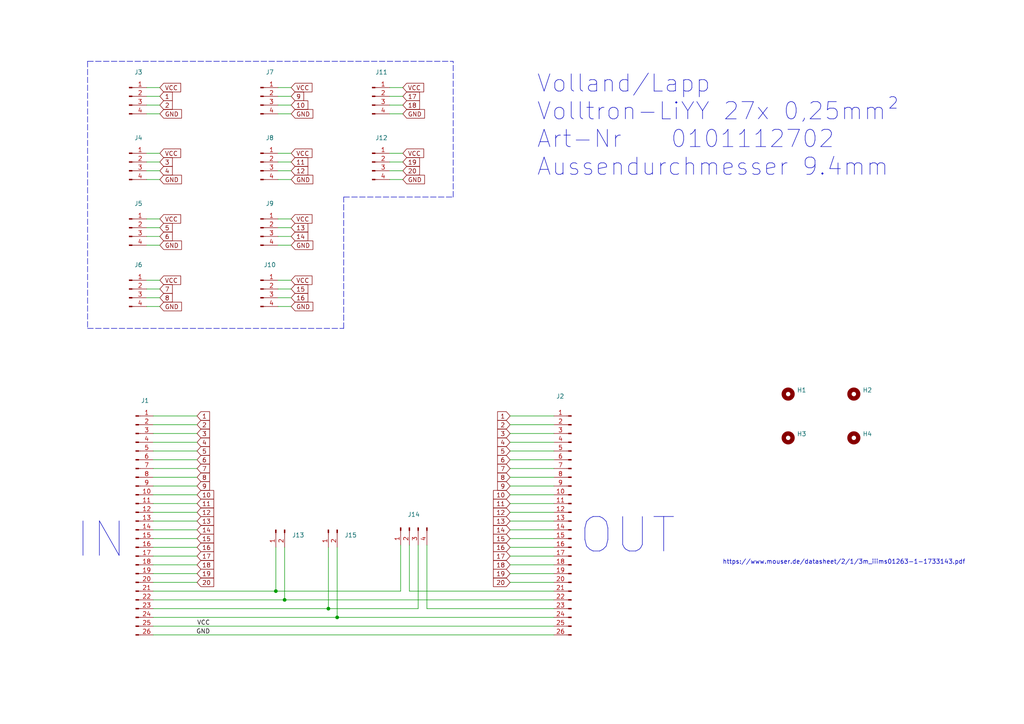
<source format=kicad_sch>
(kicad_sch (version 20200602) (host eeschema "(5.99.0-1927-ga9fa592f5)")

  (page 1 1)

  (paper "A4")

  (lib_symbols
    (symbol "Connector:Conn_01x02_Male" (pin_names hide)
      (property "Reference" "J" (id 0) (at 0 2.54 0)
        (effects (font (size 1.27 1.27)))
      )
      (property "Value" "Conn_01x02_Male" (id 1) (at 0 -5.08 0)
        (effects (font (size 1.27 1.27)))
      )
      (property "Footprint" "" (id 2) (at 0 0 0)
        (effects (font (size 1.27 1.27)) hide)
      )
      (property "Datasheet" "~" (id 3) (at 0 0 0)
        (effects (font (size 1.27 1.27)) hide)
      )
      (property "ki_keywords" "connector" (id 4) (at 0 0 0)
        (effects (font (size 1.27 1.27)) hide)
      )
      (property "ki_description" "Generic connector, single row, 01x02, script generated (kicad-library-utils/schlib/autogen/connector/)" (id 5) (at 0 0 0)
        (effects (font (size 1.27 1.27)) hide)
      )
      (property "ki_fp_filters" "Connector*:*_1x??_*" (id 6) (at 0 0 0)
        (effects (font (size 1.27 1.27)) hide)
      )
      (symbol "Conn_01x02_Male_1_1"
        (rectangle (start 0.8636 -2.413) (end 0 -2.667)
          (stroke (width 0.1524)) (fill (type outline))
        )
        (rectangle (start 0.8636 0.127) (end 0 -0.127)
          (stroke (width 0.1524)) (fill (type outline))
        )
        (polyline
          (pts (xy 1.27 -2.54) (xy 0.8636 -2.54))
          (stroke (width 0.1524)) (fill (type none))
        )
        (polyline
          (pts (xy 1.27 0) (xy 0.8636 0))
          (stroke (width 0.1524)) (fill (type none))
        )
        (pin passive line (at 5.08 0 180) (length 3.81)
          (name "Pin_1" (effects (font (size 1.27 1.27))))
          (number "1" (effects (font (size 1.27 1.27))))
        )
        (pin passive line (at 5.08 -2.54 180) (length 3.81)
          (name "Pin_2" (effects (font (size 1.27 1.27))))
          (number "2" (effects (font (size 1.27 1.27))))
        )
      )
    )
    (symbol "Connector:Conn_01x04_Male" (pin_names hide)
      (property "Reference" "J" (id 0) (at 0 5.08 0)
        (effects (font (size 1.27 1.27)))
      )
      (property "Value" "Conn_01x04_Male" (id 1) (at 0 -7.62 0)
        (effects (font (size 1.27 1.27)))
      )
      (property "Footprint" "" (id 2) (at 0 0 0)
        (effects (font (size 1.27 1.27)) hide)
      )
      (property "Datasheet" "~" (id 3) (at 0 0 0)
        (effects (font (size 1.27 1.27)) hide)
      )
      (property "ki_keywords" "connector" (id 4) (at 0 0 0)
        (effects (font (size 1.27 1.27)) hide)
      )
      (property "ki_description" "Generic connector, single row, 01x04, script generated (kicad-library-utils/schlib/autogen/connector/)" (id 5) (at 0 0 0)
        (effects (font (size 1.27 1.27)) hide)
      )
      (property "ki_fp_filters" "Connector*:*_1x??_*" (id 6) (at 0 0 0)
        (effects (font (size 1.27 1.27)) hide)
      )
      (symbol "Conn_01x04_Male_1_1"
        (rectangle (start 0.8636 -4.953) (end 0 -5.207)
          (stroke (width 0.1524)) (fill (type outline))
        )
        (rectangle (start 0.8636 -2.413) (end 0 -2.667)
          (stroke (width 0.1524)) (fill (type outline))
        )
        (rectangle (start 0.8636 0.127) (end 0 -0.127)
          (stroke (width 0.1524)) (fill (type outline))
        )
        (rectangle (start 0.8636 2.667) (end 0 2.413)
          (stroke (width 0.1524)) (fill (type outline))
        )
        (polyline
          (pts (xy 1.27 -5.08) (xy 0.8636 -5.08))
          (stroke (width 0.1524)) (fill (type none))
        )
        (polyline
          (pts (xy 1.27 -2.54) (xy 0.8636 -2.54))
          (stroke (width 0.1524)) (fill (type none))
        )
        (polyline
          (pts (xy 1.27 0) (xy 0.8636 0))
          (stroke (width 0.1524)) (fill (type none))
        )
        (polyline
          (pts (xy 1.27 2.54) (xy 0.8636 2.54))
          (stroke (width 0.1524)) (fill (type none))
        )
        (pin passive line (at 5.08 2.54 180) (length 3.81)
          (name "Pin_1" (effects (font (size 1.27 1.27))))
          (number "1" (effects (font (size 1.27 1.27))))
        )
        (pin passive line (at 5.08 0 180) (length 3.81)
          (name "Pin_2" (effects (font (size 1.27 1.27))))
          (number "2" (effects (font (size 1.27 1.27))))
        )
        (pin passive line (at 5.08 -2.54 180) (length 3.81)
          (name "Pin_3" (effects (font (size 1.27 1.27))))
          (number "3" (effects (font (size 1.27 1.27))))
        )
        (pin passive line (at 5.08 -5.08 180) (length 3.81)
          (name "Pin_4" (effects (font (size 1.27 1.27))))
          (number "4" (effects (font (size 1.27 1.27))))
        )
      )
    )
    (symbol "Connector:Conn_01x26_Male" (pin_names hide)
      (property "Reference" "J" (id 0) (at 0 33.02 0)
        (effects (font (size 1.27 1.27)))
      )
      (property "Value" "Conn_01x26_Male" (id 1) (at 0 -35.56 0)
        (effects (font (size 1.27 1.27)))
      )
      (property "Footprint" "" (id 2) (at 0 0 0)
        (effects (font (size 1.27 1.27)) hide)
      )
      (property "Datasheet" "~" (id 3) (at 0 0 0)
        (effects (font (size 1.27 1.27)) hide)
      )
      (property "ki_keywords" "connector" (id 4) (at 0 0 0)
        (effects (font (size 1.27 1.27)) hide)
      )
      (property "ki_description" "Generic connector, single row, 01x26, script generated (kicad-library-utils/schlib/autogen/connector/)" (id 5) (at 0 0 0)
        (effects (font (size 1.27 1.27)) hide)
      )
      (property "ki_fp_filters" "Connector*:*_1x??_*" (id 6) (at 0 0 0)
        (effects (font (size 1.27 1.27)) hide)
      )
      (symbol "Conn_01x26_Male_1_1"
        (rectangle (start 0.8636 -32.893) (end 0 -33.147)
          (stroke (width 0.1524)) (fill (type outline))
        )
        (rectangle (start 0.8636 -30.353) (end 0 -30.607)
          (stroke (width 0.1524)) (fill (type outline))
        )
        (rectangle (start 0.8636 -27.813) (end 0 -28.067)
          (stroke (width 0.1524)) (fill (type outline))
        )
        (rectangle (start 0.8636 -25.273) (end 0 -25.527)
          (stroke (width 0.1524)) (fill (type outline))
        )
        (rectangle (start 0.8636 -22.733) (end 0 -22.987)
          (stroke (width 0.1524)) (fill (type outline))
        )
        (rectangle (start 0.8636 -20.193) (end 0 -20.447)
          (stroke (width 0.1524)) (fill (type outline))
        )
        (rectangle (start 0.8636 -17.653) (end 0 -17.907)
          (stroke (width 0.1524)) (fill (type outline))
        )
        (rectangle (start 0.8636 -15.113) (end 0 -15.367)
          (stroke (width 0.1524)) (fill (type outline))
        )
        (rectangle (start 0.8636 -12.573) (end 0 -12.827)
          (stroke (width 0.1524)) (fill (type outline))
        )
        (rectangle (start 0.8636 -10.033) (end 0 -10.287)
          (stroke (width 0.1524)) (fill (type outline))
        )
        (rectangle (start 0.8636 -7.493) (end 0 -7.747)
          (stroke (width 0.1524)) (fill (type outline))
        )
        (rectangle (start 0.8636 -4.953) (end 0 -5.207)
          (stroke (width 0.1524)) (fill (type outline))
        )
        (rectangle (start 0.8636 -2.413) (end 0 -2.667)
          (stroke (width 0.1524)) (fill (type outline))
        )
        (rectangle (start 0.8636 0.127) (end 0 -0.127)
          (stroke (width 0.1524)) (fill (type outline))
        )
        (rectangle (start 0.8636 2.667) (end 0 2.413)
          (stroke (width 0.1524)) (fill (type outline))
        )
        (rectangle (start 0.8636 5.207) (end 0 4.953)
          (stroke (width 0.1524)) (fill (type outline))
        )
        (rectangle (start 0.8636 7.747) (end 0 7.493)
          (stroke (width 0.1524)) (fill (type outline))
        )
        (rectangle (start 0.8636 10.287) (end 0 10.033)
          (stroke (width 0.1524)) (fill (type outline))
        )
        (rectangle (start 0.8636 12.827) (end 0 12.573)
          (stroke (width 0.1524)) (fill (type outline))
        )
        (rectangle (start 0.8636 15.367) (end 0 15.113)
          (stroke (width 0.1524)) (fill (type outline))
        )
        (rectangle (start 0.8636 17.907) (end 0 17.653)
          (stroke (width 0.1524)) (fill (type outline))
        )
        (rectangle (start 0.8636 20.447) (end 0 20.193)
          (stroke (width 0.1524)) (fill (type outline))
        )
        (rectangle (start 0.8636 22.987) (end 0 22.733)
          (stroke (width 0.1524)) (fill (type outline))
        )
        (rectangle (start 0.8636 25.527) (end 0 25.273)
          (stroke (width 0.1524)) (fill (type outline))
        )
        (rectangle (start 0.8636 28.067) (end 0 27.813)
          (stroke (width 0.1524)) (fill (type outline))
        )
        (rectangle (start 0.8636 30.607) (end 0 30.353)
          (stroke (width 0.1524)) (fill (type outline))
        )
        (polyline
          (pts (xy 1.27 -33.02) (xy 0.8636 -33.02))
          (stroke (width 0.1524)) (fill (type none))
        )
        (polyline
          (pts (xy 1.27 -30.48) (xy 0.8636 -30.48))
          (stroke (width 0.1524)) (fill (type none))
        )
        (polyline
          (pts (xy 1.27 -27.94) (xy 0.8636 -27.94))
          (stroke (width 0.1524)) (fill (type none))
        )
        (polyline
          (pts (xy 1.27 -25.4) (xy 0.8636 -25.4))
          (stroke (width 0.1524)) (fill (type none))
        )
        (polyline
          (pts (xy 1.27 -22.86) (xy 0.8636 -22.86))
          (stroke (width 0.1524)) (fill (type none))
        )
        (polyline
          (pts (xy 1.27 -20.32) (xy 0.8636 -20.32))
          (stroke (width 0.1524)) (fill (type none))
        )
        (polyline
          (pts (xy 1.27 -17.78) (xy 0.8636 -17.78))
          (stroke (width 0.1524)) (fill (type none))
        )
        (polyline
          (pts (xy 1.27 -15.24) (xy 0.8636 -15.24))
          (stroke (width 0.1524)) (fill (type none))
        )
        (polyline
          (pts (xy 1.27 -12.7) (xy 0.8636 -12.7))
          (stroke (width 0.1524)) (fill (type none))
        )
        (polyline
          (pts (xy 1.27 -10.16) (xy 0.8636 -10.16))
          (stroke (width 0.1524)) (fill (type none))
        )
        (polyline
          (pts (xy 1.27 -7.62) (xy 0.8636 -7.62))
          (stroke (width 0.1524)) (fill (type none))
        )
        (polyline
          (pts (xy 1.27 -5.08) (xy 0.8636 -5.08))
          (stroke (width 0.1524)) (fill (type none))
        )
        (polyline
          (pts (xy 1.27 -2.54) (xy 0.8636 -2.54))
          (stroke (width 0.1524)) (fill (type none))
        )
        (polyline
          (pts (xy 1.27 0) (xy 0.8636 0))
          (stroke (width 0.1524)) (fill (type none))
        )
        (polyline
          (pts (xy 1.27 2.54) (xy 0.8636 2.54))
          (stroke (width 0.1524)) (fill (type none))
        )
        (polyline
          (pts (xy 1.27 5.08) (xy 0.8636 5.08))
          (stroke (width 0.1524)) (fill (type none))
        )
        (polyline
          (pts (xy 1.27 7.62) (xy 0.8636 7.62))
          (stroke (width 0.1524)) (fill (type none))
        )
        (polyline
          (pts (xy 1.27 10.16) (xy 0.8636 10.16))
          (stroke (width 0.1524)) (fill (type none))
        )
        (polyline
          (pts (xy 1.27 12.7) (xy 0.8636 12.7))
          (stroke (width 0.1524)) (fill (type none))
        )
        (polyline
          (pts (xy 1.27 15.24) (xy 0.8636 15.24))
          (stroke (width 0.1524)) (fill (type none))
        )
        (polyline
          (pts (xy 1.27 17.78) (xy 0.8636 17.78))
          (stroke (width 0.1524)) (fill (type none))
        )
        (polyline
          (pts (xy 1.27 20.32) (xy 0.8636 20.32))
          (stroke (width 0.1524)) (fill (type none))
        )
        (polyline
          (pts (xy 1.27 22.86) (xy 0.8636 22.86))
          (stroke (width 0.1524)) (fill (type none))
        )
        (polyline
          (pts (xy 1.27 25.4) (xy 0.8636 25.4))
          (stroke (width 0.1524)) (fill (type none))
        )
        (polyline
          (pts (xy 1.27 27.94) (xy 0.8636 27.94))
          (stroke (width 0.1524)) (fill (type none))
        )
        (polyline
          (pts (xy 1.27 30.48) (xy 0.8636 30.48))
          (stroke (width 0.1524)) (fill (type none))
        )
        (pin passive line (at 5.08 30.48 180) (length 3.81)
          (name "Pin_1" (effects (font (size 1.27 1.27))))
          (number "1" (effects (font (size 1.27 1.27))))
        )
        (pin passive line (at 5.08 7.62 180) (length 3.81)
          (name "Pin_10" (effects (font (size 1.27 1.27))))
          (number "10" (effects (font (size 1.27 1.27))))
        )
        (pin passive line (at 5.08 5.08 180) (length 3.81)
          (name "Pin_11" (effects (font (size 1.27 1.27))))
          (number "11" (effects (font (size 1.27 1.27))))
        )
        (pin passive line (at 5.08 2.54 180) (length 3.81)
          (name "Pin_12" (effects (font (size 1.27 1.27))))
          (number "12" (effects (font (size 1.27 1.27))))
        )
        (pin passive line (at 5.08 0 180) (length 3.81)
          (name "Pin_13" (effects (font (size 1.27 1.27))))
          (number "13" (effects (font (size 1.27 1.27))))
        )
        (pin passive line (at 5.08 -2.54 180) (length 3.81)
          (name "Pin_14" (effects (font (size 1.27 1.27))))
          (number "14" (effects (font (size 1.27 1.27))))
        )
        (pin passive line (at 5.08 -5.08 180) (length 3.81)
          (name "Pin_15" (effects (font (size 1.27 1.27))))
          (number "15" (effects (font (size 1.27 1.27))))
        )
        (pin passive line (at 5.08 -7.62 180) (length 3.81)
          (name "Pin_16" (effects (font (size 1.27 1.27))))
          (number "16" (effects (font (size 1.27 1.27))))
        )
        (pin passive line (at 5.08 -10.16 180) (length 3.81)
          (name "Pin_17" (effects (font (size 1.27 1.27))))
          (number "17" (effects (font (size 1.27 1.27))))
        )
        (pin passive line (at 5.08 -12.7 180) (length 3.81)
          (name "Pin_18" (effects (font (size 1.27 1.27))))
          (number "18" (effects (font (size 1.27 1.27))))
        )
        (pin passive line (at 5.08 -15.24 180) (length 3.81)
          (name "Pin_19" (effects (font (size 1.27 1.27))))
          (number "19" (effects (font (size 1.27 1.27))))
        )
        (pin passive line (at 5.08 27.94 180) (length 3.81)
          (name "Pin_2" (effects (font (size 1.27 1.27))))
          (number "2" (effects (font (size 1.27 1.27))))
        )
        (pin passive line (at 5.08 -17.78 180) (length 3.81)
          (name "Pin_20" (effects (font (size 1.27 1.27))))
          (number "20" (effects (font (size 1.27 1.27))))
        )
        (pin passive line (at 5.08 -20.32 180) (length 3.81)
          (name "Pin_21" (effects (font (size 1.27 1.27))))
          (number "21" (effects (font (size 1.27 1.27))))
        )
        (pin passive line (at 5.08 -22.86 180) (length 3.81)
          (name "Pin_22" (effects (font (size 1.27 1.27))))
          (number "22" (effects (font (size 1.27 1.27))))
        )
        (pin passive line (at 5.08 -25.4 180) (length 3.81)
          (name "Pin_23" (effects (font (size 1.27 1.27))))
          (number "23" (effects (font (size 1.27 1.27))))
        )
        (pin passive line (at 5.08 -27.94 180) (length 3.81)
          (name "Pin_24" (effects (font (size 1.27 1.27))))
          (number "24" (effects (font (size 1.27 1.27))))
        )
        (pin passive line (at 5.08 -30.48 180) (length 3.81)
          (name "Pin_25" (effects (font (size 1.27 1.27))))
          (number "25" (effects (font (size 1.27 1.27))))
        )
        (pin passive line (at 5.08 -33.02 180) (length 3.81)
          (name "Pin_26" (effects (font (size 1.27 1.27))))
          (number "26" (effects (font (size 1.27 1.27))))
        )
        (pin passive line (at 5.08 25.4 180) (length 3.81)
          (name "Pin_3" (effects (font (size 1.27 1.27))))
          (number "3" (effects (font (size 1.27 1.27))))
        )
        (pin passive line (at 5.08 22.86 180) (length 3.81)
          (name "Pin_4" (effects (font (size 1.27 1.27))))
          (number "4" (effects (font (size 1.27 1.27))))
        )
        (pin passive line (at 5.08 20.32 180) (length 3.81)
          (name "Pin_5" (effects (font (size 1.27 1.27))))
          (number "5" (effects (font (size 1.27 1.27))))
        )
        (pin passive line (at 5.08 17.78 180) (length 3.81)
          (name "Pin_6" (effects (font (size 1.27 1.27))))
          (number "6" (effects (font (size 1.27 1.27))))
        )
        (pin passive line (at 5.08 15.24 180) (length 3.81)
          (name "Pin_7" (effects (font (size 1.27 1.27))))
          (number "7" (effects (font (size 1.27 1.27))))
        )
        (pin passive line (at 5.08 12.7 180) (length 3.81)
          (name "Pin_8" (effects (font (size 1.27 1.27))))
          (number "8" (effects (font (size 1.27 1.27))))
        )
        (pin passive line (at 5.08 10.16 180) (length 3.81)
          (name "Pin_9" (effects (font (size 1.27 1.27))))
          (number "9" (effects (font (size 1.27 1.27))))
        )
      )
    )
    (symbol "Mechanical:MountingHole"
      (property "Reference" "H" (id 0) (at 0 5.08 0)
        (effects (font (size 1.27 1.27)))
      )
      (property "Value" "MountingHole" (id 1) (at 0 3.175 0)
        (effects (font (size 1.27 1.27)))
      )
      (property "Footprint" "" (id 2) (at 0 0 0)
        (effects (font (size 1.27 1.27)) hide)
      )
      (property "Datasheet" "~" (id 3) (at 0 0 0)
        (effects (font (size 1.27 1.27)) hide)
      )
      (property "ki_keywords" "mounting hole" (id 4) (at 0 0 0)
        (effects (font (size 1.27 1.27)) hide)
      )
      (property "ki_description" "Mounting Hole without connection" (id 5) (at 0 0 0)
        (effects (font (size 1.27 1.27)) hide)
      )
      (property "ki_fp_filters" "MountingHole*" (id 6) (at 0 0 0)
        (effects (font (size 1.27 1.27)) hide)
      )
      (symbol "MountingHole_0_1"
        (circle (center 0 0) (radius 1.27) (stroke (width 1.27)) (fill (type none)))
      )
    )
  )

  (junction (at 80.01 171.45))
  (junction (at 82.55 173.99))
  (junction (at 95.25 176.53))
  (junction (at 97.79 179.07))

  (wire (pts (xy 42.545 25.4) (xy 46.355 25.4))
    (stroke (width 0) (type solid) (color 0 0 0 0))
  )
  (wire (pts (xy 42.545 27.94) (xy 46.355 27.94))
    (stroke (width 0) (type solid) (color 0 0 0 0))
  )
  (wire (pts (xy 42.545 30.48) (xy 46.355 30.48))
    (stroke (width 0) (type solid) (color 0 0 0 0))
  )
  (wire (pts (xy 42.545 33.02) (xy 46.355 33.02))
    (stroke (width 0) (type solid) (color 0 0 0 0))
  )
  (wire (pts (xy 42.545 44.45) (xy 46.355 44.45))
    (stroke (width 0) (type solid) (color 0 0 0 0))
  )
  (wire (pts (xy 42.545 46.99) (xy 46.355 46.99))
    (stroke (width 0) (type solid) (color 0 0 0 0))
  )
  (wire (pts (xy 42.545 49.53) (xy 46.355 49.53))
    (stroke (width 0) (type solid) (color 0 0 0 0))
  )
  (wire (pts (xy 42.545 52.07) (xy 46.355 52.07))
    (stroke (width 0) (type solid) (color 0 0 0 0))
  )
  (wire (pts (xy 42.545 63.5) (xy 46.355 63.5))
    (stroke (width 0) (type solid) (color 0 0 0 0))
  )
  (wire (pts (xy 42.545 66.04) (xy 46.355 66.04))
    (stroke (width 0) (type solid) (color 0 0 0 0))
  )
  (wire (pts (xy 42.545 68.58) (xy 46.355 68.58))
    (stroke (width 0) (type solid) (color 0 0 0 0))
  )
  (wire (pts (xy 42.545 71.12) (xy 46.355 71.12))
    (stroke (width 0) (type solid) (color 0 0 0 0))
  )
  (wire (pts (xy 42.545 81.28) (xy 46.355 81.28))
    (stroke (width 0) (type solid) (color 0 0 0 0))
  )
  (wire (pts (xy 42.545 83.82) (xy 46.355 83.82))
    (stroke (width 0) (type solid) (color 0 0 0 0))
  )
  (wire (pts (xy 42.545 86.36) (xy 46.355 86.36))
    (stroke (width 0) (type solid) (color 0 0 0 0))
  )
  (wire (pts (xy 42.545 88.9) (xy 46.355 88.9))
    (stroke (width 0) (type solid) (color 0 0 0 0))
  )
  (wire (pts (xy 44.45 120.65) (xy 57.15 120.65))
    (stroke (width 0) (type solid) (color 0 0 0 0))
  )
  (wire (pts (xy 44.45 123.19) (xy 57.15 123.19))
    (stroke (width 0) (type solid) (color 0 0 0 0))
  )
  (wire (pts (xy 44.45 125.73) (xy 57.15 125.73))
    (stroke (width 0) (type solid) (color 0 0 0 0))
  )
  (wire (pts (xy 44.45 128.27) (xy 57.15 128.27))
    (stroke (width 0) (type solid) (color 0 0 0 0))
  )
  (wire (pts (xy 44.45 130.81) (xy 57.15 130.81))
    (stroke (width 0) (type solid) (color 0 0 0 0))
  )
  (wire (pts (xy 44.45 133.35) (xy 57.15 133.35))
    (stroke (width 0) (type solid) (color 0 0 0 0))
  )
  (wire (pts (xy 44.45 135.89) (xy 57.15 135.89))
    (stroke (width 0) (type solid) (color 0 0 0 0))
  )
  (wire (pts (xy 44.45 138.43) (xy 57.15 138.43))
    (stroke (width 0) (type solid) (color 0 0 0 0))
  )
  (wire (pts (xy 44.45 140.97) (xy 57.15 140.97))
    (stroke (width 0) (type solid) (color 0 0 0 0))
  )
  (wire (pts (xy 44.45 143.51) (xy 57.15 143.51))
    (stroke (width 0) (type solid) (color 0 0 0 0))
  )
  (wire (pts (xy 44.45 146.05) (xy 57.15 146.05))
    (stroke (width 0) (type solid) (color 0 0 0 0))
  )
  (wire (pts (xy 44.45 148.59) (xy 57.15 148.59))
    (stroke (width 0) (type solid) (color 0 0 0 0))
  )
  (wire (pts (xy 44.45 151.13) (xy 57.15 151.13))
    (stroke (width 0) (type solid) (color 0 0 0 0))
  )
  (wire (pts (xy 44.45 153.67) (xy 57.15 153.67))
    (stroke (width 0) (type solid) (color 0 0 0 0))
  )
  (wire (pts (xy 44.45 156.21) (xy 57.15 156.21))
    (stroke (width 0) (type solid) (color 0 0 0 0))
  )
  (wire (pts (xy 44.45 158.75) (xy 57.15 158.75))
    (stroke (width 0) (type solid) (color 0 0 0 0))
  )
  (wire (pts (xy 44.45 161.29) (xy 57.15 161.29))
    (stroke (width 0) (type solid) (color 0 0 0 0))
  )
  (wire (pts (xy 44.45 163.83) (xy 57.15 163.83))
    (stroke (width 0) (type solid) (color 0 0 0 0))
  )
  (wire (pts (xy 44.45 166.37) (xy 57.15 166.37))
    (stroke (width 0) (type solid) (color 0 0 0 0))
  )
  (wire (pts (xy 44.45 168.91) (xy 57.15 168.91))
    (stroke (width 0) (type solid) (color 0 0 0 0))
  )
  (wire (pts (xy 44.45 171.45) (xy 80.01 171.45))
    (stroke (width 0) (type solid) (color 0 0 0 0))
  )
  (wire (pts (xy 44.45 173.99) (xy 82.55 173.99))
    (stroke (width 0) (type solid) (color 0 0 0 0))
  )
  (wire (pts (xy 44.45 176.53) (xy 95.25 176.53))
    (stroke (width 0) (type solid) (color 0 0 0 0))
  )
  (wire (pts (xy 44.45 179.07) (xy 97.79 179.07))
    (stroke (width 0) (type solid) (color 0 0 0 0))
  )
  (wire (pts (xy 44.45 181.61) (xy 160.655 181.61))
    (stroke (width 0) (type solid) (color 0 0 0 0))
  )
  (wire (pts (xy 44.45 184.15) (xy 160.655 184.15))
    (stroke (width 0) (type solid) (color 0 0 0 0))
  )
  (wire (pts (xy 80.01 158.75) (xy 80.01 171.45))
    (stroke (width 0) (type solid) (color 0 0 0 0))
  )
  (wire (pts (xy 80.01 171.45) (xy 116.205 171.45))
    (stroke (width 0) (type solid) (color 0 0 0 0))
  )
  (wire (pts (xy 80.645 25.4) (xy 84.455 25.4))
    (stroke (width 0) (type solid) (color 0 0 0 0))
  )
  (wire (pts (xy 80.645 27.94) (xy 84.455 27.94))
    (stroke (width 0) (type solid) (color 0 0 0 0))
  )
  (wire (pts (xy 80.645 30.48) (xy 84.455 30.48))
    (stroke (width 0) (type solid) (color 0 0 0 0))
  )
  (wire (pts (xy 80.645 33.02) (xy 84.455 33.02))
    (stroke (width 0) (type solid) (color 0 0 0 0))
  )
  (wire (pts (xy 80.645 44.45) (xy 84.455 44.45))
    (stroke (width 0) (type solid) (color 0 0 0 0))
  )
  (wire (pts (xy 80.645 46.99) (xy 84.455 46.99))
    (stroke (width 0) (type solid) (color 0 0 0 0))
  )
  (wire (pts (xy 80.645 49.53) (xy 84.455 49.53))
    (stroke (width 0) (type solid) (color 0 0 0 0))
  )
  (wire (pts (xy 80.645 52.07) (xy 84.455 52.07))
    (stroke (width 0) (type solid) (color 0 0 0 0))
  )
  (wire (pts (xy 80.645 63.5) (xy 84.455 63.5))
    (stroke (width 0) (type solid) (color 0 0 0 0))
  )
  (wire (pts (xy 80.645 66.04) (xy 84.455 66.04))
    (stroke (width 0) (type solid) (color 0 0 0 0))
  )
  (wire (pts (xy 80.645 68.58) (xy 84.455 68.58))
    (stroke (width 0) (type solid) (color 0 0 0 0))
  )
  (wire (pts (xy 80.645 71.12) (xy 84.455 71.12))
    (stroke (width 0) (type solid) (color 0 0 0 0))
  )
  (wire (pts (xy 80.645 81.28) (xy 84.455 81.28))
    (stroke (width 0) (type solid) (color 0 0 0 0))
  )
  (wire (pts (xy 80.645 83.82) (xy 84.455 83.82))
    (stroke (width 0) (type solid) (color 0 0 0 0))
  )
  (wire (pts (xy 80.645 86.36) (xy 84.455 86.36))
    (stroke (width 0) (type solid) (color 0 0 0 0))
  )
  (wire (pts (xy 80.645 88.9) (xy 84.455 88.9))
    (stroke (width 0) (type solid) (color 0 0 0 0))
  )
  (wire (pts (xy 82.55 158.75) (xy 82.55 173.99))
    (stroke (width 0) (type solid) (color 0 0 0 0))
  )
  (wire (pts (xy 82.55 173.99) (xy 160.655 173.99))
    (stroke (width 0) (type solid) (color 0 0 0 0))
  )
  (wire (pts (xy 95.25 158.75) (xy 95.25 176.53))
    (stroke (width 0) (type solid) (color 0 0 0 0))
  )
  (wire (pts (xy 95.25 176.53) (xy 121.285 176.53))
    (stroke (width 0) (type solid) (color 0 0 0 0))
  )
  (wire (pts (xy 97.79 158.75) (xy 97.79 179.07))
    (stroke (width 0) (type solid) (color 0 0 0 0))
  )
  (wire (pts (xy 97.79 179.07) (xy 160.655 179.07))
    (stroke (width 0) (type solid) (color 0 0 0 0))
  )
  (wire (pts (xy 113.03 25.4) (xy 116.84 25.4))
    (stroke (width 0) (type solid) (color 0 0 0 0))
  )
  (wire (pts (xy 113.03 27.94) (xy 116.84 27.94))
    (stroke (width 0) (type solid) (color 0 0 0 0))
  )
  (wire (pts (xy 113.03 30.48) (xy 116.84 30.48))
    (stroke (width 0) (type solid) (color 0 0 0 0))
  )
  (wire (pts (xy 113.03 33.02) (xy 116.84 33.02))
    (stroke (width 0) (type solid) (color 0 0 0 0))
  )
  (wire (pts (xy 113.03 44.45) (xy 116.84 44.45))
    (stroke (width 0) (type solid) (color 0 0 0 0))
  )
  (wire (pts (xy 113.03 46.99) (xy 116.84 46.99))
    (stroke (width 0) (type solid) (color 0 0 0 0))
  )
  (wire (pts (xy 113.03 49.53) (xy 116.84 49.53))
    (stroke (width 0) (type solid) (color 0 0 0 0))
  )
  (wire (pts (xy 113.03 52.07) (xy 116.84 52.07))
    (stroke (width 0) (type solid) (color 0 0 0 0))
  )
  (wire (pts (xy 116.205 158.115) (xy 116.205 171.45))
    (stroke (width 0) (type solid) (color 0 0 0 0))
  )
  (wire (pts (xy 118.745 158.115) (xy 118.745 171.45))
    (stroke (width 0) (type solid) (color 0 0 0 0))
  )
  (wire (pts (xy 118.745 171.45) (xy 160.655 171.45))
    (stroke (width 0) (type solid) (color 0 0 0 0))
  )
  (wire (pts (xy 121.285 158.115) (xy 121.285 176.53))
    (stroke (width 0) (type solid) (color 0 0 0 0))
  )
  (wire (pts (xy 123.825 158.115) (xy 123.825 176.53))
    (stroke (width 0) (type solid) (color 0 0 0 0))
  )
  (wire (pts (xy 123.825 176.53) (xy 160.655 176.53))
    (stroke (width 0) (type solid) (color 0 0 0 0))
  )
  (wire (pts (xy 160.655 120.65) (xy 147.955 120.65))
    (stroke (width 0) (type solid) (color 0 0 0 0))
  )
  (wire (pts (xy 160.655 123.19) (xy 147.955 123.19))
    (stroke (width 0) (type solid) (color 0 0 0 0))
  )
  (wire (pts (xy 160.655 125.73) (xy 147.955 125.73))
    (stroke (width 0) (type solid) (color 0 0 0 0))
  )
  (wire (pts (xy 160.655 128.27) (xy 147.955 128.27))
    (stroke (width 0) (type solid) (color 0 0 0 0))
  )
  (wire (pts (xy 160.655 130.81) (xy 147.955 130.81))
    (stroke (width 0) (type solid) (color 0 0 0 0))
  )
  (wire (pts (xy 160.655 133.35) (xy 147.955 133.35))
    (stroke (width 0) (type solid) (color 0 0 0 0))
  )
  (wire (pts (xy 160.655 135.89) (xy 147.955 135.89))
    (stroke (width 0) (type solid) (color 0 0 0 0))
  )
  (wire (pts (xy 160.655 138.43) (xy 147.955 138.43))
    (stroke (width 0) (type solid) (color 0 0 0 0))
  )
  (wire (pts (xy 160.655 140.97) (xy 147.955 140.97))
    (stroke (width 0) (type solid) (color 0 0 0 0))
  )
  (wire (pts (xy 160.655 143.51) (xy 147.955 143.51))
    (stroke (width 0) (type solid) (color 0 0 0 0))
  )
  (wire (pts (xy 160.655 146.05) (xy 147.955 146.05))
    (stroke (width 0) (type solid) (color 0 0 0 0))
  )
  (wire (pts (xy 160.655 148.59) (xy 147.955 148.59))
    (stroke (width 0) (type solid) (color 0 0 0 0))
  )
  (wire (pts (xy 160.655 151.13) (xy 147.955 151.13))
    (stroke (width 0) (type solid) (color 0 0 0 0))
  )
  (wire (pts (xy 160.655 153.67) (xy 147.955 153.67))
    (stroke (width 0) (type solid) (color 0 0 0 0))
  )
  (wire (pts (xy 160.655 156.21) (xy 147.955 156.21))
    (stroke (width 0) (type solid) (color 0 0 0 0))
  )
  (wire (pts (xy 160.655 158.75) (xy 147.955 158.75))
    (stroke (width 0) (type solid) (color 0 0 0 0))
  )
  (wire (pts (xy 160.655 161.29) (xy 147.955 161.29))
    (stroke (width 0) (type solid) (color 0 0 0 0))
  )
  (wire (pts (xy 160.655 163.83) (xy 147.955 163.83))
    (stroke (width 0) (type solid) (color 0 0 0 0))
  )
  (wire (pts (xy 160.655 166.37) (xy 147.955 166.37))
    (stroke (width 0) (type solid) (color 0 0 0 0))
  )
  (wire (pts (xy 160.655 168.91) (xy 147.955 168.91))
    (stroke (width 0) (type solid) (color 0 0 0 0))
  )
  (polyline (pts (xy 25.4 17.78) (xy 25.4 95.25))
    (stroke (width 0) (type dash) (color 0 0 0 0))
  )
  (polyline (pts (xy 25.4 17.78) (xy 131.445 17.78))
    (stroke (width 0) (type dash) (color 0 0 0 0))
  )
  (polyline (pts (xy 25.4 95.25) (xy 99.695 95.25))
    (stroke (width 0) (type dash) (color 0 0 0 0))
  )
  (polyline (pts (xy 99.695 57.15) (xy 131.445 57.15))
    (stroke (width 0) (type dash) (color 0 0 0 0))
  )
  (polyline (pts (xy 99.695 95.25) (xy 99.695 57.15))
    (stroke (width 0) (type dash) (color 0 0 0 0))
  )
  (polyline (pts (xy 131.445 57.15) (xy 131.445 17.78))
    (stroke (width 0) (type dash) (color 0 0 0 0))
  )

  (text "IN" (at 21.59 162.56 0)
    (effects (font (size 10 10)) (justify left bottom))
  )
  (text "Volland/Lapp \nVolltron-LiYY 27x 0,25mm²\nArt-Nr 	0101112702\nAussendurchmesser 9.4mm\n"
    (at 155.575 51.435 0)
    (effects (font (size 5 5)) (justify left bottom))
  )
  (text "OUT" (at 167.64 161.29 0)
    (effects (font (size 10 10)) (justify left bottom))
  )
  (text "https://www.mouser.de/datasheet/2/1/3m_iiims01263-1-1733143.pdf"
    (at 280.035 163.83 0)
    (effects (font (size 1.27 1.27)) (justify right bottom))
  )

  (label "VCC" (at 60.96 181.61 180)
    (effects (font (size 1.27 1.27)) (justify right bottom))
  )
  (label "GND" (at 60.96 184.15 180)
    (effects (font (size 1.27 1.27)) (justify right bottom))
  )

  (global_label "VCC" (shape input) (at 46.355 25.4 0)
    (effects (font (size 1.27 1.27)) (justify left))
  )
  (global_label "1" (shape input) (at 46.355 27.94 0)
    (effects (font (size 1.27 1.27)) (justify left))
  )
  (global_label "2" (shape input) (at 46.355 30.48 0)
    (effects (font (size 1.27 1.27)) (justify left))
  )
  (global_label "GND" (shape input) (at 46.355 33.02 0)
    (effects (font (size 1.27 1.27)) (justify left))
  )
  (global_label "VCC" (shape input) (at 46.355 44.45 0)
    (effects (font (size 1.27 1.27)) (justify left))
  )
  (global_label "3" (shape input) (at 46.355 46.99 0)
    (effects (font (size 1.27 1.27)) (justify left))
  )
  (global_label "4" (shape input) (at 46.355 49.53 0)
    (effects (font (size 1.27 1.27)) (justify left))
  )
  (global_label "GND" (shape input) (at 46.355 52.07 0)
    (effects (font (size 1.27 1.27)) (justify left))
  )
  (global_label "VCC" (shape input) (at 46.355 63.5 0)
    (effects (font (size 1.27 1.27)) (justify left))
  )
  (global_label "5" (shape input) (at 46.355 66.04 0)
    (effects (font (size 1.27 1.27)) (justify left))
  )
  (global_label "6" (shape input) (at 46.355 68.58 0)
    (effects (font (size 1.27 1.27)) (justify left))
  )
  (global_label "GND" (shape input) (at 46.355 71.12 0)
    (effects (font (size 1.27 1.27)) (justify left))
  )
  (global_label "VCC" (shape input) (at 46.355 81.28 0)
    (effects (font (size 1.27 1.27)) (justify left))
  )
  (global_label "7" (shape input) (at 46.355 83.82 0)
    (effects (font (size 1.27 1.27)) (justify left))
  )
  (global_label "8" (shape input) (at 46.355 86.36 0)
    (effects (font (size 1.27 1.27)) (justify left))
  )
  (global_label "GND" (shape input) (at 46.355 88.9 0)
    (effects (font (size 1.27 1.27)) (justify left))
  )
  (global_label "1" (shape input) (at 57.15 120.65 0)
    (effects (font (size 1.27 1.27)) (justify left))
  )
  (global_label "2" (shape input) (at 57.15 123.19 0)
    (effects (font (size 1.27 1.27)) (justify left))
  )
  (global_label "3" (shape input) (at 57.15 125.73 0)
    (effects (font (size 1.27 1.27)) (justify left))
  )
  (global_label "4" (shape input) (at 57.15 128.27 0)
    (effects (font (size 1.27 1.27)) (justify left))
  )
  (global_label "5" (shape input) (at 57.15 130.81 0)
    (effects (font (size 1.27 1.27)) (justify left))
  )
  (global_label "6" (shape input) (at 57.15 133.35 0)
    (effects (font (size 1.27 1.27)) (justify left))
  )
  (global_label "7" (shape input) (at 57.15 135.89 0)
    (effects (font (size 1.27 1.27)) (justify left))
  )
  (global_label "8" (shape input) (at 57.15 138.43 0)
    (effects (font (size 1.27 1.27)) (justify left))
  )
  (global_label "9" (shape input) (at 57.15 140.97 0)
    (effects (font (size 1.27 1.27)) (justify left))
  )
  (global_label "10" (shape input) (at 57.15 143.51 0)
    (effects (font (size 1.27 1.27)) (justify left))
  )
  (global_label "11" (shape input) (at 57.15 146.05 0)
    (effects (font (size 1.27 1.27)) (justify left))
  )
  (global_label "12" (shape input) (at 57.15 148.59 0)
    (effects (font (size 1.27 1.27)) (justify left))
  )
  (global_label "13" (shape input) (at 57.15 151.13 0)
    (effects (font (size 1.27 1.27)) (justify left))
  )
  (global_label "14" (shape input) (at 57.15 153.67 0)
    (effects (font (size 1.27 1.27)) (justify left))
  )
  (global_label "15" (shape input) (at 57.15 156.21 0)
    (effects (font (size 1.27 1.27)) (justify left))
  )
  (global_label "16" (shape input) (at 57.15 158.75 0)
    (effects (font (size 1.27 1.27)) (justify left))
  )
  (global_label "17" (shape input) (at 57.15 161.29 0)
    (effects (font (size 1.27 1.27)) (justify left))
  )
  (global_label "18" (shape input) (at 57.15 163.83 0)
    (effects (font (size 1.27 1.27)) (justify left))
  )
  (global_label "19" (shape input) (at 57.15 166.37 0)
    (effects (font (size 1.27 1.27)) (justify left))
  )
  (global_label "20" (shape input) (at 57.15 168.91 0)
    (effects (font (size 1.27 1.27)) (justify left))
  )
  (global_label "VCC" (shape input) (at 84.455 25.4 0)
    (effects (font (size 1.27 1.27)) (justify left))
  )
  (global_label "9" (shape input) (at 84.455 27.94 0)
    (effects (font (size 1.27 1.27)) (justify left))
  )
  (global_label "10" (shape input) (at 84.455 30.48 0)
    (effects (font (size 1.27 1.27)) (justify left))
  )
  (global_label "GND" (shape input) (at 84.455 33.02 0)
    (effects (font (size 1.27 1.27)) (justify left))
  )
  (global_label "VCC" (shape input) (at 84.455 44.45 0)
    (effects (font (size 1.27 1.27)) (justify left))
  )
  (global_label "11" (shape input) (at 84.455 46.99 0)
    (effects (font (size 1.27 1.27)) (justify left))
  )
  (global_label "12" (shape input) (at 84.455 49.53 0)
    (effects (font (size 1.27 1.27)) (justify left))
  )
  (global_label "GND" (shape input) (at 84.455 52.07 0)
    (effects (font (size 1.27 1.27)) (justify left))
  )
  (global_label "VCC" (shape input) (at 84.455 63.5 0)
    (effects (font (size 1.27 1.27)) (justify left))
  )
  (global_label "13" (shape input) (at 84.455 66.04 0)
    (effects (font (size 1.27 1.27)) (justify left))
  )
  (global_label "14" (shape input) (at 84.455 68.58 0)
    (effects (font (size 1.27 1.27)) (justify left))
  )
  (global_label "GND" (shape input) (at 84.455 71.12 0)
    (effects (font (size 1.27 1.27)) (justify left))
  )
  (global_label "VCC" (shape input) (at 84.455 81.28 0)
    (effects (font (size 1.27 1.27)) (justify left))
  )
  (global_label "15" (shape input) (at 84.455 83.82 0)
    (effects (font (size 1.27 1.27)) (justify left))
  )
  (global_label "16" (shape input) (at 84.455 86.36 0)
    (effects (font (size 1.27 1.27)) (justify left))
  )
  (global_label "GND" (shape input) (at 84.455 88.9 0)
    (effects (font (size 1.27 1.27)) (justify left))
  )
  (global_label "VCC" (shape input) (at 116.84 25.4 0)
    (effects (font (size 1.27 1.27)) (justify left))
  )
  (global_label "17" (shape input) (at 116.84 27.94 0)
    (effects (font (size 1.27 1.27)) (justify left))
  )
  (global_label "18" (shape input) (at 116.84 30.48 0)
    (effects (font (size 1.27 1.27)) (justify left))
  )
  (global_label "GND" (shape input) (at 116.84 33.02 0)
    (effects (font (size 1.27 1.27)) (justify left))
  )
  (global_label "VCC" (shape input) (at 116.84 44.45 0)
    (effects (font (size 1.27 1.27)) (justify left))
  )
  (global_label "19" (shape input) (at 116.84 46.99 0)
    (effects (font (size 1.27 1.27)) (justify left))
  )
  (global_label "20" (shape input) (at 116.84 49.53 0)
    (effects (font (size 1.27 1.27)) (justify left))
  )
  (global_label "GND" (shape input) (at 116.84 52.07 0)
    (effects (font (size 1.27 1.27)) (justify left))
  )
  (global_label "1" (shape input) (at 147.955 120.65 180)
    (effects (font (size 1.27 1.27)) (justify right))
  )
  (global_label "2" (shape input) (at 147.955 123.19 180)
    (effects (font (size 1.27 1.27)) (justify right))
  )
  (global_label "3" (shape input) (at 147.955 125.73 180)
    (effects (font (size 1.27 1.27)) (justify right))
  )
  (global_label "4" (shape input) (at 147.955 128.27 180)
    (effects (font (size 1.27 1.27)) (justify right))
  )
  (global_label "5" (shape input) (at 147.955 130.81 180)
    (effects (font (size 1.27 1.27)) (justify right))
  )
  (global_label "6" (shape input) (at 147.955 133.35 180)
    (effects (font (size 1.27 1.27)) (justify right))
  )
  (global_label "7" (shape input) (at 147.955 135.89 180)
    (effects (font (size 1.27 1.27)) (justify right))
  )
  (global_label "8" (shape input) (at 147.955 138.43 180)
    (effects (font (size 1.27 1.27)) (justify right))
  )
  (global_label "9" (shape input) (at 147.955 140.97 180)
    (effects (font (size 1.27 1.27)) (justify right))
  )
  (global_label "10" (shape input) (at 147.955 143.51 180)
    (effects (font (size 1.27 1.27)) (justify right))
  )
  (global_label "11" (shape input) (at 147.955 146.05 180)
    (effects (font (size 1.27 1.27)) (justify right))
  )
  (global_label "12" (shape input) (at 147.955 148.59 180)
    (effects (font (size 1.27 1.27)) (justify right))
  )
  (global_label "13" (shape input) (at 147.955 151.13 180)
    (effects (font (size 1.27 1.27)) (justify right))
  )
  (global_label "14" (shape input) (at 147.955 153.67 180)
    (effects (font (size 1.27 1.27)) (justify right))
  )
  (global_label "15" (shape input) (at 147.955 156.21 180)
    (effects (font (size 1.27 1.27)) (justify right))
  )
  (global_label "16" (shape input) (at 147.955 158.75 180)
    (effects (font (size 1.27 1.27)) (justify right))
  )
  (global_label "17" (shape input) (at 147.955 161.29 180)
    (effects (font (size 1.27 1.27)) (justify right))
  )
  (global_label "18" (shape input) (at 147.955 163.83 180)
    (effects (font (size 1.27 1.27)) (justify right))
  )
  (global_label "19" (shape input) (at 147.955 166.37 180)
    (effects (font (size 1.27 1.27)) (justify right))
  )
  (global_label "20" (shape input) (at 147.955 168.91 180)
    (effects (font (size 1.27 1.27)) (justify right))
  )

  (symbol (lib_id "Mechanical:MountingHole") (at 228.6 114.3 0) (unit 1)
    (in_bom yes)
    (uuid "7c21e931-83d5-4fcd-8a2e-e26c532d36cf")
    (property "Reference" "H1" (id 0) (at 231.1401 113.1506 0)
      (effects (font (size 1.27 1.27)) (justify left))
    )
    (property "Value" "MountingHole" (id 1) (at 231.14 115.449 0)
      (effects (font (size 1.27 1.27)) (justify left) hide)
    )
    (property "Footprint" "MountingHole:MountingHole_3.2mm_M3" (id 2) (at 228.6 114.3 0)
      (effects (font (size 1.27 1.27)) hide)
    )
    (property "Datasheet" "~" (id 3) (at 228.6 114.3 0)
      (effects (font (size 1.27 1.27)) hide)
    )
  )

  (symbol (lib_id "Mechanical:MountingHole") (at 228.6 127 0) (unit 1)
    (in_bom yes)
    (uuid "df679395-cfa2-4e0b-b8c6-987da80affe6")
    (property "Reference" "H3" (id 0) (at 231.1401 125.8506 0)
      (effects (font (size 1.27 1.27)) (justify left))
    )
    (property "Value" "MountingHole" (id 1) (at 231.14 128.149 0)
      (effects (font (size 1.27 1.27)) (justify left) hide)
    )
    (property "Footprint" "MountingHole:MountingHole_3.2mm_M3" (id 2) (at 228.6 127 0)
      (effects (font (size 1.27 1.27)) hide)
    )
    (property "Datasheet" "~" (id 3) (at 228.6 127 0)
      (effects (font (size 1.27 1.27)) hide)
    )
  )

  (symbol (lib_id "Mechanical:MountingHole") (at 247.65 114.3 0) (unit 1)
    (in_bom yes)
    (uuid "3416517b-b77a-47a6-9659-314968b22557")
    (property "Reference" "H2" (id 0) (at 250.1901 113.1506 0)
      (effects (font (size 1.27 1.27)) (justify left))
    )
    (property "Value" "MountingHole" (id 1) (at 250.19 115.449 0)
      (effects (font (size 1.27 1.27)) (justify left) hide)
    )
    (property "Footprint" "MountingHole:MountingHole_3.2mm_M3" (id 2) (at 247.65 114.3 0)
      (effects (font (size 1.27 1.27)) hide)
    )
    (property "Datasheet" "~" (id 3) (at 247.65 114.3 0)
      (effects (font (size 1.27 1.27)) hide)
    )
  )

  (symbol (lib_id "Mechanical:MountingHole") (at 247.65 127 0) (unit 1)
    (in_bom yes)
    (uuid "35379a48-c995-4b3b-8106-d97ee555ca6c")
    (property "Reference" "H4" (id 0) (at 250.1901 125.8506 0)
      (effects (font (size 1.27 1.27)) (justify left))
    )
    (property "Value" "MountingHole" (id 1) (at 250.19 128.149 0)
      (effects (font (size 1.27 1.27)) (justify left) hide)
    )
    (property "Footprint" "MountingHole:MountingHole_3.2mm_M3" (id 2) (at 247.65 127 0)
      (effects (font (size 1.27 1.27)) hide)
    )
    (property "Datasheet" "~" (id 3) (at 247.65 127 0)
      (effects (font (size 1.27 1.27)) hide)
    )
  )

  (symbol (lib_id "Connector:Conn_01x02_Male") (at 80.01 153.67 90) (mirror x) (unit 1)
    (in_bom yes)
    (uuid "90359117-5eff-4783-ab98-8068316217b2")
    (property "Reference" "J13" (id 0) (at 84.6837 155.213 90)
      (effects (font (size 1.27 1.27)) (justify right))
    )
    (property "Value" "Conn_01x02_Male" (id 1) (at 84.684 157.512 90)
      (effects (font (size 1.27 1.27)) (justify right) hide)
    )
    (property "Footprint" "Connector_PinHeader_2.54mm:PinHeader_1x02_P2.54mm_Vertical" (id 2) (at 80.01 153.67 0)
      (effects (font (size 1.27 1.27)) hide)
    )
    (property "Datasheet" "~" (id 3) (at 80.01 153.67 0)
      (effects (font (size 1.27 1.27)) hide)
    )
  )

  (symbol (lib_id "Connector:Conn_01x02_Male") (at 95.25 153.67 90) (mirror x) (unit 1)
    (in_bom yes)
    (uuid "59b74165-a42f-4f3f-9886-cc83c0b36ae4")
    (property "Reference" "J15" (id 0) (at 99.9237 155.213 90)
      (effects (font (size 1.27 1.27)) (justify right))
    )
    (property "Value" "Conn_01x02_Male" (id 1) (at 99.924 157.512 90)
      (effects (font (size 1.27 1.27)) (justify right) hide)
    )
    (property "Footprint" "Connector_PinHeader_2.54mm:PinHeader_1x02_P2.54mm_Vertical" (id 2) (at 95.25 153.67 0)
      (effects (font (size 1.27 1.27)) hide)
    )
    (property "Datasheet" "~" (id 3) (at 95.25 153.67 0)
      (effects (font (size 1.27 1.27)) hide)
    )
  )

  (symbol (lib_id "Connector:Conn_01x04_Male") (at 37.465 27.94 0) (unit 1)
    (in_bom yes)
    (uuid "63d02751-b214-4141-bc0e-b014b92a4b61")
    (property "Reference" "J3" (id 0) (at 40.1574 20.9358 0))
    (property "Value" "Conn_01x04_Male" (id 1) (at 40.157 23.235 0)
      (effects (font (size 1.27 1.27)) hide)
    )
    (property "Footprint" "Connector_Phoenix_MC:PhoenixContact_MCV_1,5_4-G-3.5_1x04_P3.50mm_Vertical" (id 2) (at 37.465 27.94 0)
      (effects (font (size 1.27 1.27)) hide)
    )
    (property "Datasheet" "~" (id 3) (at 37.465 27.94 0)
      (effects (font (size 1.27 1.27)) hide)
    )
  )

  (symbol (lib_id "Connector:Conn_01x04_Male") (at 37.465 46.99 0) (unit 1)
    (in_bom yes)
    (uuid "d7ba3903-de3e-489f-9628-91497691cc4b")
    (property "Reference" "J4" (id 0) (at 40.1574 39.9858 0))
    (property "Value" "Conn_01x04_Male" (id 1) (at 40.157 42.284 0)
      (effects (font (size 1.27 1.27)) hide)
    )
    (property "Footprint" "Connector_Phoenix_MC:PhoenixContact_MCV_1,5_4-G-3.5_1x04_P3.50mm_Vertical" (id 2) (at 37.465 46.99 0)
      (effects (font (size 1.27 1.27)) hide)
    )
    (property "Datasheet" "~" (id 3) (at 37.465 46.99 0)
      (effects (font (size 1.27 1.27)) hide)
    )
  )

  (symbol (lib_id "Connector:Conn_01x04_Male") (at 37.465 66.04 0) (unit 1)
    (in_bom yes)
    (uuid "7bd000f1-deb3-4a9e-95f8-04d31a12c132")
    (property "Reference" "J5" (id 0) (at 40.1574 59.0358 0))
    (property "Value" "Conn_01x04_Male" (id 1) (at 40.157 61.334 0)
      (effects (font (size 1.27 1.27)) hide)
    )
    (property "Footprint" "Connector_Phoenix_MC:PhoenixContact_MCV_1,5_4-G-3.5_1x04_P3.50mm_Vertical" (id 2) (at 37.465 66.04 0)
      (effects (font (size 1.27 1.27)) hide)
    )
    (property "Datasheet" "~" (id 3) (at 37.465 66.04 0)
      (effects (font (size 1.27 1.27)) hide)
    )
  )

  (symbol (lib_id "Connector:Conn_01x04_Male") (at 37.465 83.82 0) (unit 1)
    (in_bom yes)
    (uuid "eeda5c96-34d0-4836-807b-657e967a758a")
    (property "Reference" "J6" (id 0) (at 40.1574 76.8158 0))
    (property "Value" "Conn_01x04_Male" (id 1) (at 40.157 79.115 0)
      (effects (font (size 1.27 1.27)) hide)
    )
    (property "Footprint" "Connector_Phoenix_MC:PhoenixContact_MCV_1,5_4-G-3.5_1x04_P3.50mm_Vertical" (id 2) (at 37.465 83.82 0)
      (effects (font (size 1.27 1.27)) hide)
    )
    (property "Datasheet" "~" (id 3) (at 37.465 83.82 0)
      (effects (font (size 1.27 1.27)) hide)
    )
  )

  (symbol (lib_id "Connector:Conn_01x04_Male") (at 75.565 27.94 0) (unit 1)
    (in_bom yes)
    (uuid "17d28232-26b5-4c61-882c-cc97f9c8998b")
    (property "Reference" "J7" (id 0) (at 78.2574 20.9358 0))
    (property "Value" "Conn_01x04_Male" (id 1) (at 78.257 23.235 0)
      (effects (font (size 1.27 1.27)) hide)
    )
    (property "Footprint" "Connector_Phoenix_MC:PhoenixContact_MCV_1,5_4-G-3.5_1x04_P3.50mm_Vertical" (id 2) (at 75.565 27.94 0)
      (effects (font (size 1.27 1.27)) hide)
    )
    (property "Datasheet" "~" (id 3) (at 75.565 27.94 0)
      (effects (font (size 1.27 1.27)) hide)
    )
  )

  (symbol (lib_id "Connector:Conn_01x04_Male") (at 75.565 46.99 0) (unit 1)
    (in_bom yes)
    (uuid "ff764e28-1940-43f7-978c-67c64f5a726e")
    (property "Reference" "J8" (id 0) (at 78.2574 39.9858 0))
    (property "Value" "Conn_01x04_Male" (id 1) (at 78.257 42.284 0)
      (effects (font (size 1.27 1.27)) hide)
    )
    (property "Footprint" "Connector_Phoenix_MC:PhoenixContact_MCV_1,5_4-G-3.5_1x04_P3.50mm_Vertical" (id 2) (at 75.565 46.99 0)
      (effects (font (size 1.27 1.27)) hide)
    )
    (property "Datasheet" "~" (id 3) (at 75.565 46.99 0)
      (effects (font (size 1.27 1.27)) hide)
    )
  )

  (symbol (lib_id "Connector:Conn_01x04_Male") (at 75.565 66.04 0) (unit 1)
    (in_bom yes)
    (uuid "b73999d2-54a9-4bb9-a1c6-c03702a5f213")
    (property "Reference" "J9" (id 0) (at 78.2574 59.0358 0))
    (property "Value" "Conn_01x04_Male" (id 1) (at 78.257 61.334 0)
      (effects (font (size 1.27 1.27)) hide)
    )
    (property "Footprint" "Connector_Phoenix_MC:PhoenixContact_MCV_1,5_4-G-3.5_1x04_P3.50mm_Vertical" (id 2) (at 75.565 66.04 0)
      (effects (font (size 1.27 1.27)) hide)
    )
    (property "Datasheet" "~" (id 3) (at 75.565 66.04 0)
      (effects (font (size 1.27 1.27)) hide)
    )
  )

  (symbol (lib_id "Connector:Conn_01x04_Male") (at 75.565 83.82 0) (unit 1)
    (in_bom yes)
    (uuid "4cd7b149-89ef-4c98-ba80-64ec84708995")
    (property "Reference" "J10" (id 0) (at 78.2574 76.8158 0))
    (property "Value" "Conn_01x04_Male" (id 1) (at 78.257 79.115 0)
      (effects (font (size 1.27 1.27)) hide)
    )
    (property "Footprint" "Connector_Phoenix_MC:PhoenixContact_MCV_1,5_4-G-3.5_1x04_P3.50mm_Vertical" (id 2) (at 75.565 83.82 0)
      (effects (font (size 1.27 1.27)) hide)
    )
    (property "Datasheet" "~" (id 3) (at 75.565 83.82 0)
      (effects (font (size 1.27 1.27)) hide)
    )
  )

  (symbol (lib_id "Connector:Conn_01x04_Male") (at 107.95 27.94 0) (unit 1)
    (in_bom yes)
    (uuid "6be8540a-811d-42d4-8395-a21d1c8ed719")
    (property "Reference" "J11" (id 0) (at 110.6424 20.9358 0))
    (property "Value" "Conn_01x04_Male" (id 1) (at 110.642 23.235 0)
      (effects (font (size 1.27 1.27)) hide)
    )
    (property "Footprint" "Connector_Phoenix_MC:PhoenixContact_MCV_1,5_4-G-3.5_1x04_P3.50mm_Vertical" (id 2) (at 107.95 27.94 0)
      (effects (font (size 1.27 1.27)) hide)
    )
    (property "Datasheet" "~" (id 3) (at 107.95 27.94 0)
      (effects (font (size 1.27 1.27)) hide)
    )
  )

  (symbol (lib_id "Connector:Conn_01x04_Male") (at 107.95 46.99 0) (unit 1)
    (in_bom yes)
    (uuid "d786208f-49e5-48d0-90d6-3c37d40bad4b")
    (property "Reference" "J12" (id 0) (at 110.642 39.986 0))
    (property "Value" "Conn_01x04_Male" (id 1) (at 110.642 42.284 0)
      (effects (font (size 1.27 1.27)) hide)
    )
    (property "Footprint" "Connector_Phoenix_MC:PhoenixContact_MCV_1,5_4-G-3.5_1x04_P3.50mm_Vertical" (id 2) (at 107.95 46.99 0)
      (effects (font (size 1.27 1.27)) hide)
    )
    (property "Datasheet" "~" (id 3) (at 107.95 46.99 0)
      (effects (font (size 1.27 1.27)) hide)
    )
  )

  (symbol (lib_id "Connector:Conn_01x04_Male") (at 118.745 153.035 90) (mirror x) (unit 1)
    (in_bom yes)
    (uuid "7b7882c2-53df-4eb2-84a8-884dcb192847")
    (property "Reference" "J14" (id 0) (at 120.015 149.225 90))
    (property "Value" "Conn_01x04_Male" (id 1) (at 120.015 151.13 90)
      (effects (font (size 1.27 1.27)) hide)
    )
    (property "Footprint" "Connector_Phoenix_MC:PhoenixContact_MCV_1,5_4-G-3.5_1x04_P3.50mm_Vertical" (id 2) (at 118.745 153.035 0)
      (effects (font (size 1.27 1.27)) hide)
    )
    (property "Datasheet" "~" (id 3) (at 118.745 153.035 0)
      (effects (font (size 1.27 1.27)) hide)
    )
  )

  (symbol (lib_id "Connector:Conn_01x26_Male") (at 39.37 151.13 0) (unit 1)
    (in_bom yes)
    (uuid "09c66802-18fd-470f-afed-603675d4b5aa")
    (property "Reference" "J1" (id 0) (at 42.0624 116.1858 0))
    (property "Value" "Conn_01x26_Male" (id 1) (at 42.062 118.485 0)
      (effects (font (size 1.27 1.27)) hide)
    )
    (property "Footprint" "3M:10250-6212PL" (id 2) (at 39.37 151.13 0)
      (effects (font (size 1.27 1.27)) hide)
    )
    (property "Datasheet" "~" (id 3) (at 39.37 151.13 0)
      (effects (font (size 1.27 1.27)) hide)
    )
  )

  (symbol (lib_id "Connector:Conn_01x26_Male") (at 165.735 151.13 0) (mirror y) (unit 1)
    (in_bom yes)
    (uuid "d7f78b25-7078-4d54-9957-9faff2845f7b")
    (property "Reference" "J2" (id 0) (at 161.29 114.935 0)
      (effects (font (size 1.27 1.27)) (justify right))
    )
    (property "Value" "Conn_01x26_Male" (id 1) (at 154.381 117.278 0)
      (effects (font (size 1.27 1.27)) (justify right) hide)
    )
    (property "Footprint" "3M:10250-6212PL" (id 2) (at 165.735 151.13 0)
      (effects (font (size 1.27 1.27)) hide)
    )
    (property "Datasheet" "~" (id 3) (at 165.735 151.13 0)
      (effects (font (size 1.27 1.27)) hide)
    )
  )

  (symbol_instances
    (path "/7c21e931-83d5-4fcd-8a2e-e26c532d36cf"
      (reference "H1") (unit 1)
    )
    (path "/3416517b-b77a-47a6-9659-314968b22557"
      (reference "H2") (unit 1)
    )
    (path "/df679395-cfa2-4e0b-b8c6-987da80affe6"
      (reference "H3") (unit 1)
    )
    (path "/35379a48-c995-4b3b-8106-d97ee555ca6c"
      (reference "H4") (unit 1)
    )
    (path "/09c66802-18fd-470f-afed-603675d4b5aa"
      (reference "J1") (unit 1)
    )
    (path "/d7f78b25-7078-4d54-9957-9faff2845f7b"
      (reference "J2") (unit 1)
    )
    (path "/63d02751-b214-4141-bc0e-b014b92a4b61"
      (reference "J3") (unit 1)
    )
    (path "/d7ba3903-de3e-489f-9628-91497691cc4b"
      (reference "J4") (unit 1)
    )
    (path "/7bd000f1-deb3-4a9e-95f8-04d31a12c132"
      (reference "J5") (unit 1)
    )
    (path "/eeda5c96-34d0-4836-807b-657e967a758a"
      (reference "J6") (unit 1)
    )
    (path "/17d28232-26b5-4c61-882c-cc97f9c8998b"
      (reference "J7") (unit 1)
    )
    (path "/ff764e28-1940-43f7-978c-67c64f5a726e"
      (reference "J8") (unit 1)
    )
    (path "/b73999d2-54a9-4bb9-a1c6-c03702a5f213"
      (reference "J9") (unit 1)
    )
    (path "/4cd7b149-89ef-4c98-ba80-64ec84708995"
      (reference "J10") (unit 1)
    )
    (path "/6be8540a-811d-42d4-8395-a21d1c8ed719"
      (reference "J11") (unit 1)
    )
    (path "/d786208f-49e5-48d0-90d6-3c37d40bad4b"
      (reference "J12") (unit 1)
    )
    (path "/90359117-5eff-4783-ab98-8068316217b2"
      (reference "J13") (unit 1)
    )
    (path "/7b7882c2-53df-4eb2-84a8-884dcb192847"
      (reference "J14") (unit 1)
    )
    (path "/59b74165-a42f-4f3f-9886-cc83c0b36ae4"
      (reference "J15") (unit 1)
    )
  )
)

</source>
